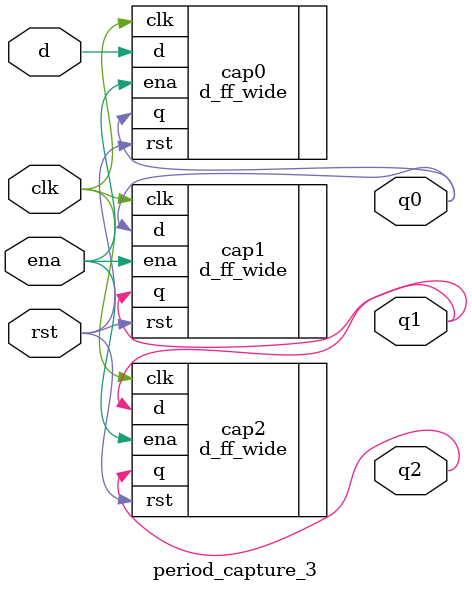
<source format=sv>

`ifndef CAPTURE_SV
`define CAPTURE_SV



module two_stage_filter #(parameter WIDTH_FST=1,WIDTH_SND=1)
						(d,clk,rst,fst_ena,snd_ena,out_ena,fst_val,snd_val,q);
input wire d,clk,rst,fst_ena,snd_ena,out_ena;
input wire	[WIDTH_FST-1:0] fst_val;
wire 			[WIDTH_FST-1:0] fst_out;
input wire	[WIDTH_SND-1:0] snd_val;
wire			[WIDTH_SND-1:0] snd_out;
output wire q;

localparam [WIDTH_SND-1:0] snd_zero_comp_dataa = 0;

xnor(rst_fst,d,q0);
counter #(WIDTH_FST) fst_cnt
                (.clk(clk),
					 .rst(rst | rst_fst),
					 .ena(fst_ena & fst_ne_val),
					 .data_out(fst_out));

compare #(WIDTH_FST) fst_val_comp
                (.dataa(fst_val),
					 .datab(fst_out),
					 .aeb(fst_e_val),
					 .aneb(fst_ne_val));
					 
d_ff_wide #(1) d_ff0 
					(.d(d),
					.clk(clk),
					.rst(rst),
					.ena(out_ena & fst_e_val),
					.q(q0));

counter_reversible #(WIDTH_SND) snd_cnt
                (.clk(clk),
					 .rst(rst),
					 .ena(snd_ena & ((snd_ne_zero & !q0) | (snd_ne_val & q0))),
					 .rev(!q0),
					 .data_out(snd_out));
					 
compare #(WIDTH_SND) snd_zero_comp
                (.dataa(snd_zero_comp_dataa),
					 .datab(snd_out),
					 .aeb(snd_e_zero),
					 .aneb(snd_ne_zero));
					 
compare #(WIDTH_SND) snd_val_comp
                (.dataa(snd_val),
					 .datab(snd_out),
					 .aeb(snd_e_val),
					 .aneb(snd_ne_val));

rs_ff rs_ff0 	(.set(snd_e_val),
					.reset(snd_e_zero),
					.clk(clk),
					.rst(rst),
					.ena(out_ena),
					.q(q));
endmodule

module pin_edge_gen(d,clk,rst,ena,rise0,rise1,fall0,fall1);

input wire d,clk,rst,ena;
output wire rise0,rise1,fall0,fall1;
wire q0;

and(rise,d,~q0);
and(fall,~d,q0);

d_ff_wide #(5) edge_ff(	.d({d,rise,fall,rise0,fall0}),
								.clk(clk),
								.rst(rst),
								.ena(ena),
								.q({q0,rise0,fall0,rise1,fall1}));
endmodule


module capture_flt_edge_det_sel #(parameter WIDTH_FST=1,WIDTH_SND=1)
                  (d,clk,rst,fst_ena,snd_ena,out_ena,fst_val,snd_val,filtered,sel,edge0,edge1);
						
input wire	d,clk,rst,fst_ena,snd_ena,out_ena,sel;
input wire	[WIDTH_FST-1:0] fst_val;
input wire	[WIDTH_SND-1:0] snd_val;
output wire filtered,edge0,edge1;
wire rise0,rise1,fall0,fall1;
wire rise0_q,rise1_q,fall0_q,fall1_q;

two_stage_filter #(WIDTH_FST,WIDTH_SND) cnt_filter
						(.d(d),
						.clk(clk),
						.rst(rst),
						.fst_ena(fst_ena),
						.snd_ena(snd_ena),
						.out_ena(out_ena),
						.fst_val(fst_val),
						.snd_val(snd_val),
						.q(filtered));
													
pin_edge_gen pin_edge (	.d(filtered),
								.clk(clk),
								.rst(rst),
								.ena(out_ena),
								.rise0(rise0),
								.rise1(rise1),
								.fall0(fall0),
								.fall1(fall1));
								
simple_multiplexer #(2) edge_select(.dataa({rise0,rise1}),
												.datab({fall0,fall1}),
												.sel(sel),
												.out({edge0,edge1}));
endmodule

module period_capture_3 #(parameter WIDTH = 1) (d,clk,rst,ena,q0,q1,q2);
input wire clk,rst,ena;
input wire [WIDTH-1:0] d;
output wire [WIDTH-1:0] q0;
output wire [WIDTH-1:0] q1;
output wire [WIDTH-1:0] q2;
d_ff_wide #(WIDTH) cap0(.d(d),.clk(clk),.rst(rst),.ena(ena),.q(q0));
d_ff_wide #(WIDTH) cap1(.d(q0),.clk(clk),.rst(rst),.ena(ena),.q(q1));
d_ff_wide #(WIDTH) cap2(.d(q1),.clk(clk),.rst(rst),.ena(ena),.q(q2));
endmodule

`endif

</source>
